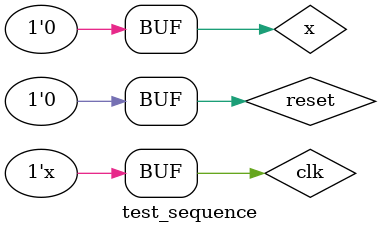
<source format=v>
module seq_dec(x,clk,reset,z);
input x,clk,reset;
output reg z;
parameter s0=0, s1=1, s2=2, s3=3;
reg [0:1] PS,NS;

always @(posedge clk or posedge reset)

	if(reset) PS<= s0;
	else      PS<=NS;

always @(PS,x)
     case(PS)
	s0:begin
		z=x?0:0;
		NS =x?s0:s1;
  	end
	
	s1:begin
		z=x?0:0;
		NS=x?s1:s2;
	end
	s2:begin
		z=x?0:0;
		NS=x?s2:s3;
	end
	s3:begin
		z=x?0:1;
		NS=x?s0:s1;
	end
	endcase
endmodule



module test_sequence;
reg clk,x,reset;
wire z;
seq_dec SEQ(x,clk,reset,z);
initial begin
	clk=1'b0;
	reset=1'b1;
	#15 reset=1'b0;
	end
always #5 clk= ~clk;
initial begin
	#12 x=0;#10 x=0;#10 x=1;#10 x=1;
	#10 x=0;#10 x=1;#10 x=1;#10 x=0;
	#10 x=0;#10 x=1;#10 x=1;#10 x=0;
//	#10 $finish;
end
endmodule

</source>
